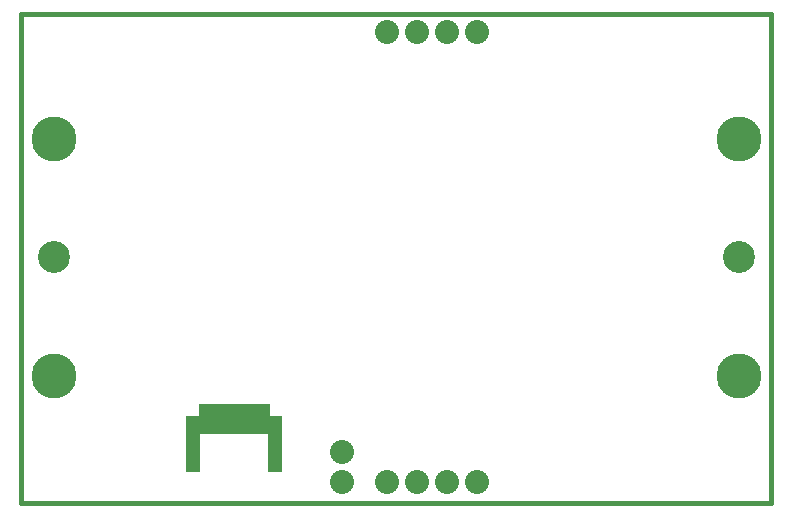
<source format=gbs>
G04 (created by PCBNEW-RS274X (2011-07-02 BZR 3034)-testing) date Sat 25 Feb 2012 03:47:28 PM CET*
G01*
G70*
G90*
%MOIN*%
G04 Gerber Fmt 3.4, Leading zero omitted, Abs format*
%FSLAX34Y34*%
G04 APERTURE LIST*
%ADD10C,0.006000*%
%ADD11C,0.015000*%
%ADD12C,0.106600*%
%ADD13C,0.149900*%
%ADD14C,0.080000*%
%ADD15R,0.043600X0.098700*%
%ADD16R,0.047600X0.185400*%
G04 APERTURE END LIST*
G54D10*
G54D11*
X23800Y-20300D02*
X23800Y-36600D01*
X48800Y-20300D02*
X23800Y-20300D01*
X48800Y-36600D02*
X48800Y-20300D01*
X23800Y-36600D02*
X48800Y-36600D01*
G54D12*
X24883Y-28400D03*
X47717Y-28400D03*
G54D13*
X24883Y-24463D03*
X24883Y-32337D03*
X47717Y-24463D03*
X47717Y-32337D03*
G54D14*
X39009Y-20900D03*
X38009Y-20900D03*
X37009Y-20900D03*
X36009Y-20900D03*
X39009Y-35900D03*
X38009Y-35900D03*
X37009Y-35900D03*
X36009Y-35900D03*
X34509Y-35900D03*
X34509Y-34900D03*
G54D15*
X31884Y-33803D03*
X31491Y-33803D03*
X31097Y-33803D03*
X30703Y-33803D03*
X30309Y-33803D03*
X29916Y-33803D03*
G54D16*
X32278Y-34630D03*
X29522Y-34630D03*
M02*

</source>
